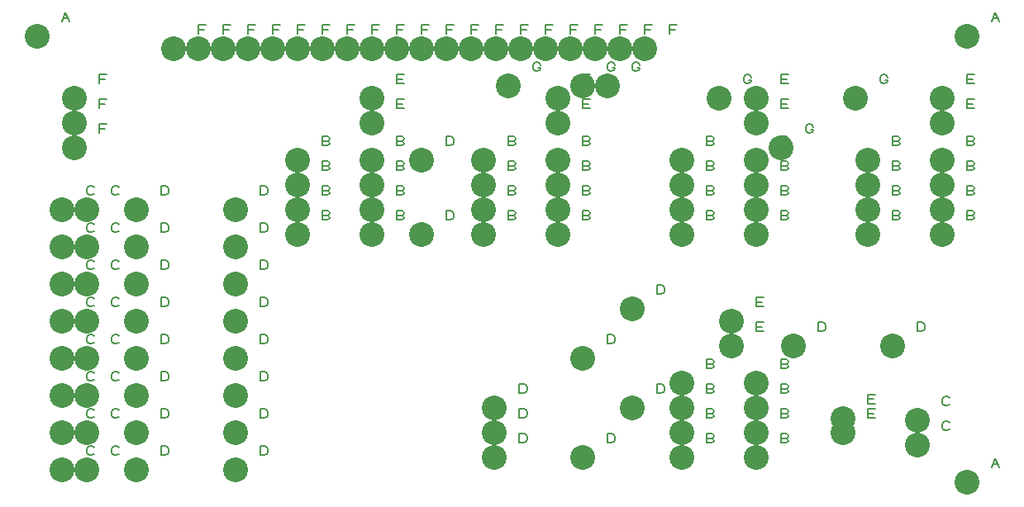
<source format=gbr>
%FSLAX23Y23*%
%MOIN*%
G04 EasyPC Gerber Version 18.0.6 Build 3620 *
%ADD14C,0.00500*%
%ADD83C,0.10000*%
X0Y0D02*
D02*
D14*
X284Y2060D02*
X300Y2097D01*
X316Y2060*
X291Y2075D02*
X309D01*
X416Y316D02*
X413Y313D01*
X406Y310*
X397*
X391Y313*
X388Y316*
X384Y322*
Y335*
X388Y341*
X391Y344*
X397Y347*
X406*
X413Y344*
X416Y341*
Y466D02*
X413Y463D01*
X406Y460*
X397*
X391Y463*
X388Y466*
X384Y472*
Y485*
X388Y491*
X391Y494*
X397Y497*
X406*
X413Y494*
X416Y491*
Y616D02*
X413Y613D01*
X406Y610*
X397*
X391Y613*
X388Y616*
X384Y622*
Y635*
X388Y641*
X391Y644*
X397Y647*
X406*
X413Y644*
X416Y641*
Y766D02*
X413Y763D01*
X406Y760*
X397*
X391Y763*
X388Y766*
X384Y772*
Y785*
X388Y791*
X391Y794*
X397Y797*
X406*
X413Y794*
X416Y791*
Y916D02*
X413Y913D01*
X406Y910*
X397*
X391Y913*
X388Y916*
X384Y922*
Y935*
X388Y941*
X391Y944*
X397Y947*
X406*
X413Y944*
X416Y941*
Y1066D02*
X413Y1063D01*
X406Y1060*
X397*
X391Y1063*
X388Y1066*
X384Y1072*
Y1085*
X388Y1091*
X391Y1094*
X397Y1097*
X406*
X413Y1094*
X416Y1091*
Y1216D02*
X413Y1213D01*
X406Y1210*
X397*
X391Y1213*
X388Y1216*
X384Y1222*
Y1235*
X388Y1241*
X391Y1244*
X397Y1247*
X406*
X413Y1244*
X416Y1241*
Y1366D02*
X413Y1363D01*
X406Y1360*
X397*
X391Y1363*
X388Y1366*
X384Y1372*
Y1385*
X388Y1391*
X391Y1394*
X397Y1397*
X406*
X413Y1394*
X416Y1391*
X434Y1610D02*
Y1647D01*
X466*
X459Y1628D02*
X434D01*
Y1710D02*
Y1747D01*
X466*
X459Y1728D02*
X434D01*
Y1810D02*
Y1847D01*
X466*
X459Y1828D02*
X434D01*
X516Y316D02*
X513Y313D01*
X506Y310*
X497*
X491Y313*
X488Y316*
X484Y322*
Y335*
X488Y341*
X491Y344*
X497Y347*
X506*
X513Y344*
X516Y341*
Y466D02*
X513Y463D01*
X506Y460*
X497*
X491Y463*
X488Y466*
X484Y472*
Y485*
X488Y491*
X491Y494*
X497Y497*
X506*
X513Y494*
X516Y491*
Y616D02*
X513Y613D01*
X506Y610*
X497*
X491Y613*
X488Y616*
X484Y622*
Y635*
X488Y641*
X491Y644*
X497Y647*
X506*
X513Y644*
X516Y641*
Y766D02*
X513Y763D01*
X506Y760*
X497*
X491Y763*
X488Y766*
X484Y772*
Y785*
X488Y791*
X491Y794*
X497Y797*
X506*
X513Y794*
X516Y791*
Y916D02*
X513Y913D01*
X506Y910*
X497*
X491Y913*
X488Y916*
X484Y922*
Y935*
X488Y941*
X491Y944*
X497Y947*
X506*
X513Y944*
X516Y941*
Y1066D02*
X513Y1063D01*
X506Y1060*
X497*
X491Y1063*
X488Y1066*
X484Y1072*
Y1085*
X488Y1091*
X491Y1094*
X497Y1097*
X506*
X513Y1094*
X516Y1091*
Y1216D02*
X513Y1213D01*
X506Y1210*
X497*
X491Y1213*
X488Y1216*
X484Y1222*
Y1235*
X488Y1241*
X491Y1244*
X497Y1247*
X506*
X513Y1244*
X516Y1241*
Y1366D02*
X513Y1363D01*
X506Y1360*
X497*
X491Y1363*
X488Y1366*
X484Y1372*
Y1385*
X488Y1391*
X491Y1394*
X497Y1397*
X506*
X513Y1394*
X516Y1391*
X684Y310D02*
Y347D01*
X703*
X709Y344*
X713Y341*
X716Y335*
Y322*
X713Y316*
X709Y313*
X703Y310*
X684*
Y460D02*
Y497D01*
X703*
X709Y494*
X713Y491*
X716Y485*
Y472*
X713Y466*
X709Y463*
X703Y460*
X684*
Y610D02*
Y647D01*
X703*
X709Y644*
X713Y641*
X716Y635*
Y622*
X713Y616*
X709Y613*
X703Y610*
X684*
Y760D02*
Y797D01*
X703*
X709Y794*
X713Y791*
X716Y785*
Y772*
X713Y766*
X709Y763*
X703Y760*
X684*
Y910D02*
Y947D01*
X703*
X709Y944*
X713Y941*
X716Y935*
Y922*
X713Y916*
X709Y913*
X703Y910*
X684*
Y1060D02*
Y1097D01*
X703*
X709Y1094*
X713Y1091*
X716Y1085*
Y1072*
X713Y1066*
X709Y1063*
X703Y1060*
X684*
Y1210D02*
Y1247D01*
X703*
X709Y1244*
X713Y1241*
X716Y1235*
Y1222*
X713Y1216*
X709Y1213*
X703Y1210*
X684*
Y1360D02*
Y1397D01*
X703*
X709Y1394*
X713Y1391*
X716Y1385*
Y1372*
X713Y1366*
X709Y1363*
X703Y1360*
X684*
X834Y2010D02*
Y2047D01*
X866*
X859Y2028D02*
X834D01*
X934Y2010D02*
Y2047D01*
X966*
X959Y2028D02*
X934D01*
X1034Y2010D02*
Y2047D01*
X1066*
X1059Y2028D02*
X1034D01*
X1084Y310D02*
Y347D01*
X1103*
X1109Y344*
X1113Y341*
X1116Y335*
Y322*
X1113Y316*
X1109Y313*
X1103Y310*
X1084*
Y460D02*
Y497D01*
X1103*
X1109Y494*
X1113Y491*
X1116Y485*
Y472*
X1113Y466*
X1109Y463*
X1103Y460*
X1084*
Y610D02*
Y647D01*
X1103*
X1109Y644*
X1113Y641*
X1116Y635*
Y622*
X1113Y616*
X1109Y613*
X1103Y610*
X1084*
Y760D02*
Y797D01*
X1103*
X1109Y794*
X1113Y791*
X1116Y785*
Y772*
X1113Y766*
X1109Y763*
X1103Y760*
X1084*
Y910D02*
Y947D01*
X1103*
X1109Y944*
X1113Y941*
X1116Y935*
Y922*
X1113Y916*
X1109Y913*
X1103Y910*
X1084*
Y1060D02*
Y1097D01*
X1103*
X1109Y1094*
X1113Y1091*
X1116Y1085*
Y1072*
X1113Y1066*
X1109Y1063*
X1103Y1060*
X1084*
Y1210D02*
Y1247D01*
X1103*
X1109Y1244*
X1113Y1241*
X1116Y1235*
Y1222*
X1113Y1216*
X1109Y1213*
X1103Y1210*
X1084*
Y1360D02*
Y1397D01*
X1103*
X1109Y1394*
X1113Y1391*
X1116Y1385*
Y1372*
X1113Y1366*
X1109Y1363*
X1103Y1360*
X1084*
X1134Y2010D02*
Y2047D01*
X1166*
X1159Y2028D02*
X1134D01*
X1234Y2010D02*
Y2047D01*
X1266*
X1259Y2028D02*
X1234D01*
X1356Y1278D02*
X1363Y1275D01*
X1366Y1269*
X1363Y1263*
X1356Y1260*
X1334*
Y1297*
X1356*
X1363Y1294*
X1366Y1288*
X1363Y1281*
X1356Y1278*
X1334*
X1356Y1378D02*
X1363Y1375D01*
X1366Y1369*
X1363Y1363*
X1356Y1360*
X1334*
Y1397*
X1356*
X1363Y1394*
X1366Y1388*
X1363Y1381*
X1356Y1378*
X1334*
X1356Y1478D02*
X1363Y1475D01*
X1366Y1469*
X1363Y1463*
X1356Y1460*
X1334*
Y1497*
X1356*
X1363Y1494*
X1366Y1488*
X1363Y1481*
X1356Y1478*
X1334*
X1356Y1578D02*
X1363Y1575D01*
X1366Y1569*
X1363Y1563*
X1356Y1560*
X1334*
Y1597*
X1356*
X1363Y1594*
X1366Y1588*
X1363Y1581*
X1356Y1578*
X1334*
Y2010D02*
Y2047D01*
X1366*
X1359Y2028D02*
X1334D01*
X1434Y2010D02*
Y2047D01*
X1466*
X1459Y2028D02*
X1434D01*
X1534Y2010D02*
Y2047D01*
X1566*
X1559Y2028D02*
X1534D01*
X1656Y1278D02*
X1663Y1275D01*
X1666Y1269*
X1663Y1263*
X1656Y1260*
X1634*
Y1297*
X1656*
X1663Y1294*
X1666Y1288*
X1663Y1281*
X1656Y1278*
X1634*
X1656Y1378D02*
X1663Y1375D01*
X1666Y1369*
X1663Y1363*
X1656Y1360*
X1634*
Y1397*
X1656*
X1663Y1394*
X1666Y1388*
X1663Y1381*
X1656Y1378*
X1634*
X1656Y1478D02*
X1663Y1475D01*
X1666Y1469*
X1663Y1463*
X1656Y1460*
X1634*
Y1497*
X1656*
X1663Y1494*
X1666Y1488*
X1663Y1481*
X1656Y1478*
X1634*
X1656Y1578D02*
X1663Y1575D01*
X1666Y1569*
X1663Y1563*
X1656Y1560*
X1634*
Y1597*
X1656*
X1663Y1594*
X1666Y1588*
X1663Y1581*
X1656Y1578*
X1634*
Y1710D02*
Y1747D01*
X1666*
X1659Y1728D02*
X1634D01*
Y1710D02*
X1666D01*
X1634Y1810D02*
Y1847D01*
X1666*
X1659Y1828D02*
X1634D01*
Y1810D02*
X1666D01*
X1634Y2010D02*
Y2047D01*
X1666*
X1659Y2028D02*
X1634D01*
X1734Y2010D02*
Y2047D01*
X1766*
X1759Y2028D02*
X1734D01*
X1834Y1260D02*
Y1297D01*
X1853*
X1859Y1294*
X1863Y1291*
X1866Y1285*
Y1272*
X1863Y1266*
X1859Y1263*
X1853Y1260*
X1834*
Y1560D02*
Y1597D01*
X1853*
X1859Y1594*
X1863Y1591*
X1866Y1585*
Y1572*
X1863Y1566*
X1859Y1563*
X1853Y1560*
X1834*
Y2010D02*
Y2047D01*
X1866*
X1859Y2028D02*
X1834D01*
X1934Y2010D02*
Y2047D01*
X1966*
X1959Y2028D02*
X1934D01*
X2034Y2010D02*
Y2047D01*
X2066*
X2059Y2028D02*
X2034D01*
X2106Y1278D02*
X2113Y1275D01*
X2116Y1269*
X2113Y1263*
X2106Y1260*
X2084*
Y1297*
X2106*
X2113Y1294*
X2116Y1288*
X2113Y1281*
X2106Y1278*
X2084*
X2106Y1378D02*
X2113Y1375D01*
X2116Y1369*
X2113Y1363*
X2106Y1360*
X2084*
Y1397*
X2106*
X2113Y1394*
X2116Y1388*
X2113Y1381*
X2106Y1378*
X2084*
X2106Y1478D02*
X2113Y1475D01*
X2116Y1469*
X2113Y1463*
X2106Y1460*
X2084*
Y1497*
X2106*
X2113Y1494*
X2116Y1488*
X2113Y1481*
X2106Y1478*
X2084*
X2106Y1578D02*
X2113Y1575D01*
X2116Y1569*
X2113Y1563*
X2106Y1560*
X2084*
Y1597*
X2106*
X2113Y1594*
X2116Y1588*
X2113Y1581*
X2106Y1578*
X2084*
X2129Y361D02*
Y398D01*
X2148*
X2154Y395*
X2158Y392*
X2161Y386*
Y373*
X2158Y367*
X2154Y364*
X2148Y361*
X2129*
Y461D02*
Y498D01*
X2148*
X2154Y495*
X2158Y492*
X2161Y486*
Y473*
X2158Y467*
X2154Y464*
X2148Y461*
X2129*
Y561D02*
Y598D01*
X2148*
X2154Y595*
X2158Y592*
X2161Y586*
Y573*
X2158Y567*
X2154Y564*
X2148Y561*
X2129*
X2134Y2010D02*
Y2047D01*
X2166*
X2159Y2028D02*
X2134D01*
X2206Y1875D02*
X2216D01*
Y1872*
X2213Y1866*
X2209Y1863*
X2203Y1860*
X2197*
X2191Y1863*
X2188Y1866*
X2184Y1872*
Y1885*
X2188Y1891*
X2191Y1894*
X2197Y1897*
X2203*
X2209Y1894*
X2213Y1891*
X2216Y1885*
X2234Y2010D02*
Y2047D01*
X2266*
X2259Y2028D02*
X2234D01*
X2334Y2010D02*
Y2047D01*
X2366*
X2359Y2028D02*
X2334D01*
X2406Y1278D02*
X2413Y1275D01*
X2416Y1269*
X2413Y1263*
X2406Y1260*
X2384*
Y1297*
X2406*
X2413Y1294*
X2416Y1288*
X2413Y1281*
X2406Y1278*
X2384*
X2406Y1378D02*
X2413Y1375D01*
X2416Y1369*
X2413Y1363*
X2406Y1360*
X2384*
Y1397*
X2406*
X2413Y1394*
X2416Y1388*
X2413Y1381*
X2406Y1378*
X2384*
X2406Y1478D02*
X2413Y1475D01*
X2416Y1469*
X2413Y1463*
X2406Y1460*
X2384*
Y1497*
X2406*
X2413Y1494*
X2416Y1488*
X2413Y1481*
X2406Y1478*
X2384*
X2406Y1578D02*
X2413Y1575D01*
X2416Y1569*
X2413Y1563*
X2406Y1560*
X2384*
Y1597*
X2406*
X2413Y1594*
X2416Y1588*
X2413Y1581*
X2406Y1578*
X2384*
Y1710D02*
Y1747D01*
X2416*
X2409Y1728D02*
X2384D01*
Y1710D02*
X2416D01*
X2384Y1810D02*
Y1847D01*
X2416*
X2409Y1828D02*
X2384D01*
Y1810D02*
X2416D01*
X2434Y2010D02*
Y2047D01*
X2466*
X2459Y2028D02*
X2434D01*
X2484Y360D02*
Y397D01*
X2503*
X2509Y394*
X2513Y391*
X2516Y385*
Y372*
X2513Y366*
X2509Y363*
X2503Y360*
X2484*
Y760D02*
Y797D01*
X2503*
X2509Y794*
X2513Y791*
X2516Y785*
Y772*
X2513Y766*
X2509Y763*
X2503Y760*
X2484*
X2506Y1875D02*
X2516D01*
Y1872*
X2513Y1866*
X2509Y1863*
X2503Y1860*
X2497*
X2491Y1863*
X2488Y1866*
X2484Y1872*
Y1885*
X2488Y1891*
X2491Y1894*
X2497Y1897*
X2503*
X2509Y1894*
X2513Y1891*
X2516Y1885*
X2534Y2010D02*
Y2047D01*
X2566*
X2559Y2028D02*
X2534D01*
X2606Y1875D02*
X2616D01*
Y1872*
X2613Y1866*
X2609Y1863*
X2603Y1860*
X2597*
X2591Y1863*
X2588Y1866*
X2584Y1872*
Y1885*
X2588Y1891*
X2591Y1894*
X2597Y1897*
X2603*
X2609Y1894*
X2613Y1891*
X2616Y1885*
X2634Y2010D02*
Y2047D01*
X2666*
X2659Y2028D02*
X2634D01*
X2684Y560D02*
Y597D01*
X2703*
X2709Y594*
X2713Y591*
X2716Y585*
Y572*
X2713Y566*
X2709Y563*
X2703Y560*
X2684*
Y960D02*
Y997D01*
X2703*
X2709Y994*
X2713Y991*
X2716Y985*
Y972*
X2713Y966*
X2709Y963*
X2703Y960*
X2684*
X2734Y2010D02*
Y2047D01*
X2766*
X2759Y2028D02*
X2734D01*
X2906Y378D02*
X2913Y375D01*
X2916Y369*
X2913Y363*
X2906Y360*
X2884*
Y397*
X2906*
X2913Y394*
X2916Y388*
X2913Y381*
X2906Y378*
X2884*
X2906Y478D02*
X2913Y475D01*
X2916Y469*
X2913Y463*
X2906Y460*
X2884*
Y497*
X2906*
X2913Y494*
X2916Y488*
X2913Y481*
X2906Y478*
X2884*
X2906Y578D02*
X2913Y575D01*
X2916Y569*
X2913Y563*
X2906Y560*
X2884*
Y597*
X2906*
X2913Y594*
X2916Y588*
X2913Y581*
X2906Y578*
X2884*
X2906Y678D02*
X2913Y675D01*
X2916Y669*
X2913Y663*
X2906Y660*
X2884*
Y697*
X2906*
X2913Y694*
X2916Y688*
X2913Y681*
X2906Y678*
X2884*
X2906Y1278D02*
X2913Y1275D01*
X2916Y1269*
X2913Y1263*
X2906Y1260*
X2884*
Y1297*
X2906*
X2913Y1294*
X2916Y1288*
X2913Y1281*
X2906Y1278*
X2884*
X2906Y1378D02*
X2913Y1375D01*
X2916Y1369*
X2913Y1363*
X2906Y1360*
X2884*
Y1397*
X2906*
X2913Y1394*
X2916Y1388*
X2913Y1381*
X2906Y1378*
X2884*
X2906Y1478D02*
X2913Y1475D01*
X2916Y1469*
X2913Y1463*
X2906Y1460*
X2884*
Y1497*
X2906*
X2913Y1494*
X2916Y1488*
X2913Y1481*
X2906Y1478*
X2884*
X2906Y1578D02*
X2913Y1575D01*
X2916Y1569*
X2913Y1563*
X2906Y1560*
X2884*
Y1597*
X2906*
X2913Y1594*
X2916Y1588*
X2913Y1581*
X2906Y1578*
X2884*
X3056Y1825D02*
X3066D01*
Y1822*
X3063Y1816*
X3059Y1813*
X3053Y1810*
X3047*
X3041Y1813*
X3038Y1816*
X3034Y1822*
Y1835*
X3038Y1841*
X3041Y1844*
X3047Y1847*
X3053*
X3059Y1844*
X3063Y1841*
X3066Y1835*
X3084Y810D02*
Y847D01*
X3116*
X3109Y828D02*
X3084D01*
Y810D02*
X3116D01*
X3084Y910D02*
Y947D01*
X3116*
X3109Y928D02*
X3084D01*
Y910D02*
X3116D01*
X3206Y378D02*
X3213Y375D01*
X3216Y369*
X3213Y363*
X3206Y360*
X3184*
Y397*
X3206*
X3213Y394*
X3216Y388*
X3213Y381*
X3206Y378*
X3184*
X3206Y478D02*
X3213Y475D01*
X3216Y469*
X3213Y463*
X3206Y460*
X3184*
Y497*
X3206*
X3213Y494*
X3216Y488*
X3213Y481*
X3206Y478*
X3184*
X3206Y578D02*
X3213Y575D01*
X3216Y569*
X3213Y563*
X3206Y560*
X3184*
Y597*
X3206*
X3213Y594*
X3216Y588*
X3213Y581*
X3206Y578*
X3184*
X3206Y678D02*
X3213Y675D01*
X3216Y669*
X3213Y663*
X3206Y660*
X3184*
Y697*
X3206*
X3213Y694*
X3216Y688*
X3213Y681*
X3206Y678*
X3184*
X3206Y1278D02*
X3213Y1275D01*
X3216Y1269*
X3213Y1263*
X3206Y1260*
X3184*
Y1297*
X3206*
X3213Y1294*
X3216Y1288*
X3213Y1281*
X3206Y1278*
X3184*
X3206Y1378D02*
X3213Y1375D01*
X3216Y1369*
X3213Y1363*
X3206Y1360*
X3184*
Y1397*
X3206*
X3213Y1394*
X3216Y1388*
X3213Y1381*
X3206Y1378*
X3184*
X3206Y1478D02*
X3213Y1475D01*
X3216Y1469*
X3213Y1463*
X3206Y1460*
X3184*
Y1497*
X3206*
X3213Y1494*
X3216Y1488*
X3213Y1481*
X3206Y1478*
X3184*
X3206Y1578D02*
X3213Y1575D01*
X3216Y1569*
X3213Y1563*
X3206Y1560*
X3184*
Y1597*
X3206*
X3213Y1594*
X3216Y1588*
X3213Y1581*
X3206Y1578*
X3184*
Y1710D02*
Y1747D01*
X3216*
X3209Y1728D02*
X3184D01*
Y1710D02*
X3216D01*
X3184Y1810D02*
Y1847D01*
X3216*
X3209Y1828D02*
X3184D01*
Y1810D02*
X3216D01*
X3306Y1625D02*
X3316D01*
Y1622*
X3313Y1616*
X3309Y1613*
X3303Y1610*
X3297*
X3291Y1613*
X3288Y1616*
X3284Y1622*
Y1635*
X3288Y1641*
X3291Y1644*
X3297Y1647*
X3303*
X3309Y1644*
X3313Y1641*
X3316Y1635*
X3334Y810D02*
Y847D01*
X3353*
X3359Y844*
X3363Y841*
X3366Y835*
Y822*
X3363Y816*
X3359Y813*
X3353Y810*
X3334*
X3534Y460D02*
Y497D01*
X3566*
X3559Y478D02*
X3534D01*
Y460D02*
X3566D01*
X3534Y519D02*
Y556D01*
X3566*
X3559Y537D02*
X3534D01*
Y519D02*
X3566D01*
X3606Y1825D02*
X3616D01*
Y1822*
X3613Y1816*
X3609Y1813*
X3603Y1810*
X3597*
X3591Y1813*
X3588Y1816*
X3584Y1822*
Y1835*
X3588Y1841*
X3591Y1844*
X3597Y1847*
X3603*
X3609Y1844*
X3613Y1841*
X3616Y1835*
X3656Y1278D02*
X3663Y1275D01*
X3666Y1269*
X3663Y1263*
X3656Y1260*
X3634*
Y1297*
X3656*
X3663Y1294*
X3666Y1288*
X3663Y1281*
X3656Y1278*
X3634*
X3656Y1378D02*
X3663Y1375D01*
X3666Y1369*
X3663Y1363*
X3656Y1360*
X3634*
Y1397*
X3656*
X3663Y1394*
X3666Y1388*
X3663Y1381*
X3656Y1378*
X3634*
X3656Y1478D02*
X3663Y1475D01*
X3666Y1469*
X3663Y1463*
X3656Y1460*
X3634*
Y1497*
X3656*
X3663Y1494*
X3666Y1488*
X3663Y1481*
X3656Y1478*
X3634*
X3656Y1578D02*
X3663Y1575D01*
X3666Y1569*
X3663Y1563*
X3656Y1560*
X3634*
Y1597*
X3656*
X3663Y1594*
X3666Y1588*
X3663Y1581*
X3656Y1578*
X3634*
X3734Y810D02*
Y847D01*
X3753*
X3759Y844*
X3763Y841*
X3766Y835*
Y822*
X3763Y816*
X3759Y813*
X3753Y810*
X3734*
X3866Y416D02*
X3863Y413D01*
X3856Y410*
X3847*
X3841Y413*
X3838Y416*
X3834Y422*
Y435*
X3838Y441*
X3841Y444*
X3847Y447*
X3856*
X3863Y444*
X3866Y441*
Y516D02*
X3863Y513D01*
X3856Y510*
X3847*
X3841Y513*
X3838Y516*
X3834Y522*
Y535*
X3838Y541*
X3841Y544*
X3847Y547*
X3856*
X3863Y544*
X3866Y541*
X3956Y1278D02*
X3963Y1275D01*
X3966Y1269*
X3963Y1263*
X3956Y1260*
X3934*
Y1297*
X3956*
X3963Y1294*
X3966Y1288*
X3963Y1281*
X3956Y1278*
X3934*
X3956Y1378D02*
X3963Y1375D01*
X3966Y1369*
X3963Y1363*
X3956Y1360*
X3934*
Y1397*
X3956*
X3963Y1394*
X3966Y1388*
X3963Y1381*
X3956Y1378*
X3934*
X3956Y1478D02*
X3963Y1475D01*
X3966Y1469*
X3963Y1463*
X3956Y1460*
X3934*
Y1497*
X3956*
X3963Y1494*
X3966Y1488*
X3963Y1481*
X3956Y1478*
X3934*
X3956Y1578D02*
X3963Y1575D01*
X3966Y1569*
X3963Y1563*
X3956Y1560*
X3934*
Y1597*
X3956*
X3963Y1594*
X3966Y1588*
X3963Y1581*
X3956Y1578*
X3934*
Y1710D02*
Y1747D01*
X3966*
X3959Y1728D02*
X3934D01*
Y1710D02*
X3966D01*
X3934Y1810D02*
Y1847D01*
X3966*
X3959Y1828D02*
X3934D01*
Y1810D02*
X3966D01*
X4034Y260D02*
X4050Y297D01*
X4066Y260*
X4041Y275D02*
X4059D01*
X4034Y2060D02*
X4050Y2097D01*
X4066Y2060*
X4041Y2075D02*
X4059D01*
D02*
D83*
X184Y2000D03*
X284Y250D03*
Y400D03*
Y550D03*
Y700D03*
Y850D03*
Y1000D03*
Y1150D03*
Y1300D03*
X334Y1550D03*
Y1650D03*
Y1750D03*
X384Y250D03*
Y400D03*
Y550D03*
Y700D03*
Y850D03*
Y1000D03*
Y1150D03*
Y1300D03*
X584Y250D03*
Y400D03*
Y550D03*
Y700D03*
Y850D03*
Y1000D03*
Y1150D03*
Y1300D03*
X734Y1950D03*
X834D03*
X934D03*
X984Y250D03*
Y400D03*
Y550D03*
Y700D03*
Y850D03*
Y1000D03*
Y1150D03*
Y1300D03*
X1034Y1950D03*
X1134D03*
X1234Y1200D03*
Y1300D03*
Y1400D03*
Y1500D03*
Y1950D03*
X1334D03*
X1434D03*
X1534Y1200D03*
Y1300D03*
Y1400D03*
Y1500D03*
Y1650D03*
Y1750D03*
Y1950D03*
X1634D03*
X1734Y1200D03*
Y1500D03*
Y1950D03*
X1834D03*
X1934D03*
X1984Y1200D03*
Y1300D03*
Y1400D03*
Y1500D03*
X2029Y301D03*
Y401D03*
Y501D03*
X2034Y1950D03*
X2084Y1800D03*
X2134Y1950D03*
X2234D03*
X2284Y1200D03*
Y1300D03*
Y1400D03*
Y1500D03*
Y1650D03*
Y1750D03*
X2334Y1950D03*
X2384Y300D03*
Y700D03*
Y1800D03*
X2434Y1950D03*
X2484Y1800D03*
X2534Y1950D03*
X2584Y500D03*
Y900D03*
X2634Y1950D03*
X2784Y300D03*
Y400D03*
Y500D03*
Y600D03*
Y1200D03*
Y1300D03*
Y1400D03*
Y1500D03*
X2934Y1750D03*
X2984Y750D03*
Y850D03*
X3084Y300D03*
Y400D03*
Y500D03*
Y600D03*
Y1200D03*
Y1300D03*
Y1400D03*
Y1500D03*
Y1650D03*
Y1750D03*
X3184Y1550D03*
X3234Y750D03*
X3434Y400D03*
Y459D03*
X3484Y1750D03*
X3534Y1200D03*
Y1300D03*
Y1400D03*
Y1500D03*
X3634Y750D03*
X3734Y350D03*
Y450D03*
X3834Y1200D03*
Y1300D03*
Y1400D03*
Y1500D03*
Y1650D03*
Y1750D03*
X3934Y200D03*
Y2000D03*
X0Y0D02*
M02*

</source>
